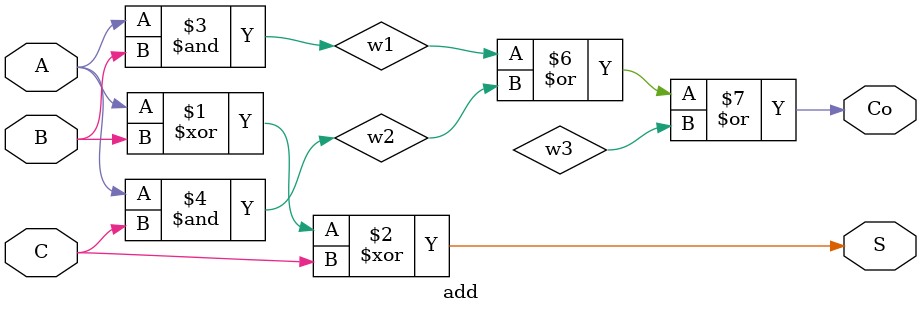
<source format=v>
`timescale 1ns / 1ps


module add(Co,S,A,B,C);
    input A,B,C;
    output Co,S;
    xor(S,A,B,C);
    wire w1,w2,w3;
    and(w1,A,B);
    and(w2,A,C);
    and(W3,B,C);
    or(Co,w1,w2,w3);
endmodule

</source>
